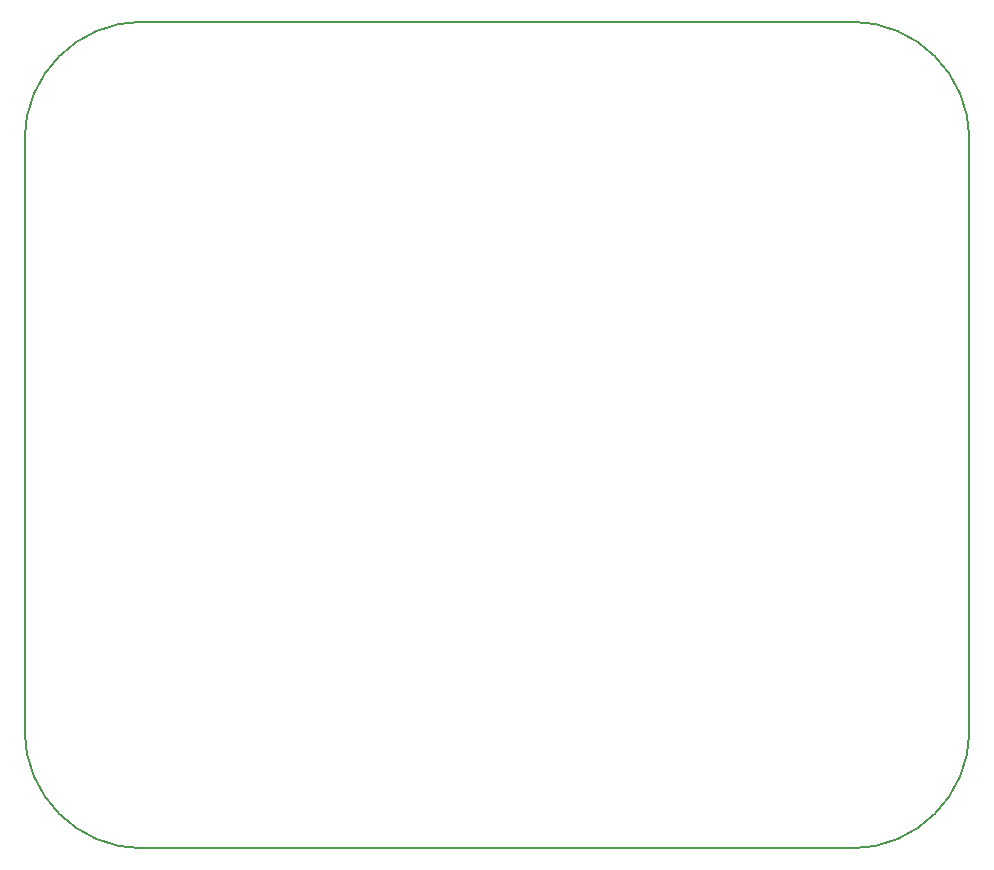
<source format=gm1>
G04 #@! TF.FileFunction,Profile,NP*
%FSLAX46Y46*%
G04 Gerber Fmt 4.6, Leading zero omitted, Abs format (unit mm)*
G04 Created by KiCad (PCBNEW 4.0.7) date Wed Mar 14 11:03:06 2018*
%MOMM*%
%LPD*%
G01*
G04 APERTURE LIST*
%ADD10C,0.025400*%
%ADD11C,0.150000*%
G04 APERTURE END LIST*
D10*
D11*
X100000000Y-140000000D02*
G75*
G02X90000000Y-130000000I0J10000000D01*
G01*
X170000000Y-130000000D02*
G75*
G02X160000000Y-140000000I-10000000J0D01*
G01*
X160000000Y-70000000D02*
G75*
G02X170000000Y-80000000I0J-10000000D01*
G01*
X90000000Y-80000000D02*
G75*
G02X100000000Y-70000000I10000000J0D01*
G01*
X160000000Y-70000000D02*
X100000000Y-70000000D01*
X170000000Y-130000000D02*
X170000000Y-80000000D01*
X100000000Y-140000000D02*
X160000000Y-140000000D01*
X90000000Y-80000000D02*
X90000000Y-130000000D01*
M02*

</source>
